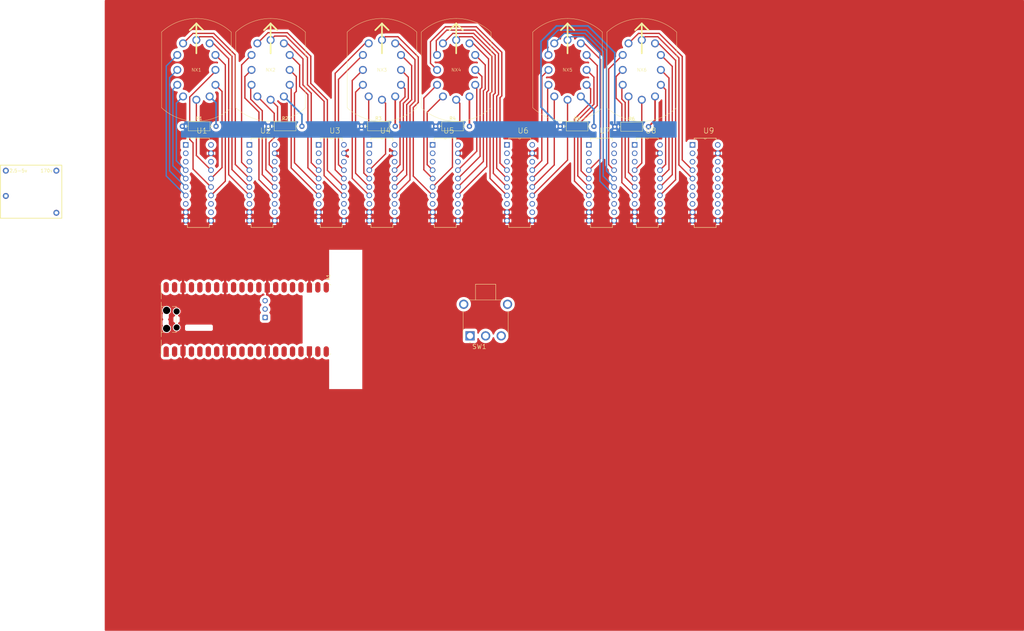
<source format=kicad_pcb>
(kicad_pcb (version 20241229) (generator "pcbnew") (generator_version "9.0")
  (layers (0 "F.Cu" signal) (2 "B.Cu" signal) (13 "F.Paste" user) (15 "B.Paste" user) (5 "F.SilkS" user "F.Silkscreen") (7 "B.SilkS" user "B.Silkscreen") (1 "F.Mask" user) (3 "B.Mask" user) (25 "Edge.Cuts" user))
  (net 0 "")
  (net 5 "GND")
  (net 16 "+5V")
  (net 34 "170v")
  (net 35 "Net-(HV1-DC_IN)")
  (net 36 "Net-(NX1-PadA)")
  (net 37 "Net-(NX2-PadA)")
  (net 38 "Net-(NX3-PadA)")
  (net 39 "Net-(NX4-PadA)")
  (net 40 "Net-(NX5-PadA)")
  (net 41 "/A1")
  (net 42 "Net-(NX6-PadA)")
  (net 43 "/A2")
  (net 45 "/LATCH")
  (net 47 "/DATA")
  (net 48 "Net-(U1-SER_OUT)")
  (net 50 "/CLOCK")
  (net 53 "Net-(U2-SER_OUT)")
  (net 56 "Net-(U3-SER_OUT)")
  (net 58 "Net-(U4-SER_OUT)")
  (net 62 "Net-(U5-SER_OUT)")
  (net 63 "Net-(U6-SER_OUT)")
  (net 66 "Net-(U7-SER_OUT)")
  (net 69 "Net-(U8-SER_OUT)")
  (net 81 "/A8")
  (net 82 "/A4")
  (net 83 "/A0")
  (net 84 "/A5")
  (net 85 "/A9")
  (net 86 "/A7")
  (net 87 "/A6")
  (net 88 "/A.")
  (net 89 "/A3")
  (net 90 "/B6")
  (net 91 "/B1")
  (net 92 "/B.")
  (net 93 "/B9")
  (net 94 "/B0")
  (net 95 "/B8")
  (net 96 "/B7")
  (net 97 "/B5")
  (net 98 "/B4")
  (net 99 "/B3")
  (net 100 "/B2")
  (net 101 "/C7")
  (net 102 "/C2")
  (net 103 "/C6")
  (net 104 "/C1")
  (net 105 "/C8")
  (net 106 "/C9")
  (net 107 "/C5")
  (net 108 "/C0")
  (net 109 "/C.")
  (net 110 "/C3")
  (net 111 "/C4")
  (net 112 "/D5")
  (net 113 "/D1")
  (net 114 "/D0")
  (net 115 "/D2")
  (net 116 "/D.")
  (net 117 "/D7")
  (net 118 "/D3")
  (net 119 "/D9")
  (net 120 "/D6")
  (net 121 "/D4")
  (net 122 "/D8")
  (net 123 "/E9")
  (net 124 "/E5")
  (net 125 "/E3")
  (net 126 "/E.")
  (net 127 "/E0")
  (net 128 "/E4")
  (net 129 "/E6")
  (net 130 "/E7")
  (net 131 "/E1")
  (net 132 "/E2")
  (net 133 "/E8")
  (net 134 "/F1")
  (net 135 "/F5")
  (net 136 "/F6")
  (net 137 "/F.")
  (net 138 "/F9")
  (net 139 "/F4")
  (net 140 "/F2")
  (net 141 "/F8")
  (net 142 "/F0")
  (net 143 "/F3")
  (net 144 "/F7")
  (footprint "TPIC6B595N:DIP254P762X508-20" (layer "F.Cu") (at 82.035 76.455)
    (property "Reference" "U3")
    (property "Value" "TPIC6B595N")
  )
  (footprint "500SSP3S1M6QEA:SW_500SSP3S1M6QEA" (layer "F.Cu") (at 124.7556 106.4168)
    (property "Reference" "SW1")
    (property "Value" "SW_SPDT")
  )
  (footprint "TPIC6B595N:DIP254P762X508-20" (layer "F.Cu") (at 116.395 76.455)
    (property "Reference" "U5")
    (property "Value" "TPIC6B595N")
  )
  (footprint "Resistor_THT:R_Axial_DIN0207_L6.3mm_D2.5mm_P10.16mm_Horizontal" (layer "F.Cu") (at 59.21998 47.99834)
    (property "Reference" "R2")
    (property "Value" "22k")
  )
  (footprint "NCH8200HV:IN-12" (layer "F.Cu") (at 115.88198 30.99834)
    (property "Reference" "NX4")
    (property "Value" "IN-12BORIGINAL")
  )
  (footprint "NCH8200HV:IN-12" (layer "F.Cu") (at 59.93198 30.99834)
    (property "Reference" "NX2")
    (property "Value" "IN-12BORIGINAL")
  )
  (footprint "TPIC6B595N:DIP254P762X508-20" (layer "F.Cu") (at 138.81 76.455)
    (property "Reference" "U6")
    (property "Value" "TPIC6B595N")
  )
  (footprint "TPIC6B595N:DIP254P762X508-20" (layer "F.Cu") (at 41.97 76.465)
    (property "Reference" "U1")
    (property "Value" "TPIC6B595N")
  )
  (footprint "Resistor_THT:R_Axial_DIN0207_L6.3mm_D2.5mm_P10.16mm_Horizontal" (layer "F.Cu") (at 109.715 48)
    (property "Reference" "R4")
    (property "Value" "22k")
  )
  (footprint "NCH8200HV:IN-12" (layer "F.Cu") (at 37.55198 30.99834)
    (property "Reference" "NX1")
    (property "Value" "IN-12BORIGINAL")
  )
  (footprint "Resistor_THT:R_Axial_DIN0207_L6.3mm_D2.5mm_P10.16mm_Horizontal" (layer "F.Cu") (at 163.695 48.125)
    (property "Reference" "R6")
    (property "Value" "22k")
  )
  (footprint "NCH8200HV:IN-12" (layer "F.Cu") (at 171.83198 30.99834)
    (property "Reference" "NX6")
    (property "Value" "IN-12BORIGINAL")
  )
  (footprint "TPIC6B595N:DIP254P762X508-20" (layer "F.Cu") (at 97.31 76.455)
    (property "Reference" "U4")
    (property "Value" "TPIC6B595N")
  )
  (footprint "NCH8200HV:IN-12" (layer "F.Cu") (at 93.50198 30.99834)
    (property "Reference" "NX3")
    (property "Value" "IN-12BORIGINAL")
  )
  (footprint "NCH8200HV:NCH8200HV" (layer "F.Cu") (at -12.275 67.725)
    (property "Reference" "HV1" (hide yes))
    (property "Value" "~")
  )
  (footprint "NCH8200HV:IN-12" (layer "F.Cu") (at 149.45198 30.99834)
    (property "Reference" "NX5")
    (property "Value" "IN-12BORIGINAL")
  )
  (footprint "TPIC6B595N:DIP254P762X508-20" (layer "F.Cu") (at 163.495 76.465)
    (property "Reference" "U7")
    (property "Value" "TPIC6B595N")
  )
  (footprint "Module:RaspberryPi_Pico_W_SMD_HandSolder" (layer "F.Cu") (at 52.575 106.225 90)
    (property "Reference" "A1")
    (property "Value" "RaspberryPi_Pico_W")
  )
  (footprint "Resistor_THT:R_Axial_DIN0207_L6.3mm_D2.5mm_P10.16mm_Horizontal" (layer "F.Cu") (at 87.345 48)
    (property "Reference" "R3")
    (property "Value" "22k")
  )
  (footprint "Resistor_THT:R_Axial_DIN0207_L6.3mm_D2.5mm_P10.16mm_Horizontal" (layer "F.Cu") (at 33.325 48)
    (property "Reference" "R1")
    (property "Value" "22k")
  )
  (footprint "TPIC6B595N:DIP254P762X508-20" (layer "F.Cu") (at 194.745 76.465)
    (property "Reference" "U9")
    (property "Value" "TPIC6B595N")
  )
  (footprint "Resistor_THT:R_Axial_DIN0207_L6.3mm_D2.5mm_P10.16mm_Horizontal" (layer "F.Cu") (at 147.245 48.025)
    (property "Reference" "R5")
    (property "Value" "22k")
  )
  (footprint "TPIC6B595N:DIP254P762X508-20" (layer "F.Cu") (at 61.16 76.455)
    (property "Reference" "U2")
    (property "Value" "TPIC6B595N")
  )
  (footprint "TPIC6B595N:DIP254P762X508-20" (layer "F.Cu") (at 177.31 76.455)
    (property "Reference" "U8")
    (property "Value" "TPIC6B595N")
  )
  (segment (start 146.105956 17.74534) (end 141.45098 22.400316) (width 0.5) (layer "B.Cu") (net 34))
  (segment (start 163.695 25.811081) (end 155.629259 17.74534) (width 0.5) (layer "B.Cu") (net 34))
  (segment (start 155.629259 17.74534) (end 146.105956 17.74534) (width 0.5) (layer "B.Cu") (net 34))
  (segment (start 141.45098 22.400316) (end 141.45098 42.23098) (width 0.5) (layer "B.Cu") (net 34))
  (segment (start 163.695 48.125) (end 163.695 25.811081) (width 0.5) (layer "B.Cu") (net 34))
  (segment (start 141.45098 42.23098) (end 147.245 48.025) (width 0.5) (layer "B.Cu") (net 34))
  (segment (start 43.485 48) (end 43.485 40.93136) (width 0.5) (layer "B.Cu") (net 36))
  (segment (start 43.485 40.93136) (end 41.55198 38.99834) (width 0.5) (layer "B.Cu") (net 36))
  (segment (start 69.37998 44.44634) (end 63.93198 38.99834) (width 0.5) (layer "B.Cu") (net 37))
  (segment (start 69.37998 47.99834) (end 69.37998 44.44634) (width 0.5) (layer "B.Cu") (net 37))
  (segment (start 97.505 39.00136) (end 97.50198 38.99834) (width 0.5) (layer "F.Cu") (net 38))
  (segment (start 97.505 48) (end 97.505 39.00136) (width 0.5) (layer "F.Cu") (net 38))
  (segment (start 119.875 48) (end 119.875 39.00532) (width 0.5) (layer "F.Cu") (net 39))
  (segment (start 119.875 39.00532) (end 119.88198 38.99834) (width 0.5) (layer "F.Cu") (net 39))
  (segment (start 153.45198 38.99834) (end 157.405 42.95136) (width 0.5) (layer "B.Cu") (net 40))
  (segment (start 157.405 42.95136) (end 157.405 48.025) (width 0.5) (layer "B.Cu") (net 40))
  (segment (start 34.35 61.225) (end 31.524 58.399) (width 0.4) (layer "B.Cu") (net 41))
  (segment (start 31.524 58.399) (end 31.524 41.02632) (width 0.4) (layer "B.Cu") (net 41))
  (segment (start 31.524 41.02632) (end 33.55198 38.99834) (width 0.4) (layer "B.Cu") (net 41))
  (segment (start 173.855 48.125) (end 175.83198 46.14802) (width 0.5) (layer "F.Cu") (net 42))
  (segment (start 175.83198 46.14802) (end 175.83198 38.99834) (width 0.5) (layer "F.Cu") (net 42))
  (segment (start 30.475 59.89) (end 30.475 36.82532) (width 0.4) (layer "B.Cu") (net 43))
  (segment (start 34.35 63.765) (end 30.475 59.89) (width 0.4) (layer "B.Cu") (net 43))
  (segment (start 30.475 36.82532) (end 31.80198 35.49834) (width 0.4) (layer "B.Cu") (net 43))
  (segment (start 41.98 58.675) (end 41.97 58.685) (width 0.2) (layer "B.Cu") (net 48))
  (segment (start 46.287 29.48336) (end 43.30198 26.49834) (width 0.4) (layer "F.Cu") (net 81))
  (segment (start 46.287 64.528) (end 46.287 29.48336) (width 0.4) (layer "F.Cu") (net 81))
  (segment (start 41.97 68.845) (end 46.287 64.528) (width 0.4) (layer "F.Cu") (net 81))
  (segment (start 28.473 29.82732) (end 28.473 62.968) (width 0.4) (layer "B.Cu") (net 82))
  (segment (start 28.473 62.968) (end 34.35 68.845) (width 0.4) (layer "B.Cu") (net 82))
  (segment (start 31.80198 26.49834) (end 28.473 29.82732) (width 0.4) (layer "B.Cu") (net 82))
  (segment (start 45.286 37.48236) (end 43.30198 35.49834) (width 0.4) (layer "F.Cu") (net 83))
  (segment (start 41.97 63.765) (end 45.286 60.449) (width 0.4) (layer "F.Cu") (net 83))
  (segment (start 45.286 60.449) (end 45.286 37.48236) (width 0.4) (layer "F.Cu") (net 83))
  (segment (start 49.29 59.505) (end 49.29 26.49089) (width 0.4) (layer "F.Cu") (net 84))
  (segment (start 42.79645 19.99734) (end 36.55298 19.99734) (width 0.4) (layer "F.Cu") (net 84))
  (segment (start 36.55298 19.99734) (end 33.55198 22.99834) (width 0.4) (layer "F.Cu") (net 84))
  (segment (start 49.29 26.49089) (end 42.79645 19.99734) (width 0.4) (layer "F.Cu") (net 84))
  (segment (start 53.54 63.755) (end 49.29 59.505) (width 0.4) (layer "F.Cu") (net 84))
  (segment (start 35.55098 51.97598) (end 36.55098 52.97598) (width 0.4) (layer "F.Cu") (net 85))
  (segment (start 35.55098 39.169498) (end 35.55098 51.97598) (width 0.4) (layer "F.Cu") (net 85))
  (segment (start 43.30198 31.418498) (end 35.55098 39.169498) (width 0.4) (layer "F.Cu") (net 85))
  (segment (start 36.55098 52.97598) (end 36.55098 60.88598) (width 0.4) (layer "F.Cu") (net 85))
  (segment (start 43.30198 30.99834) (end 43.30198 31.418498) (width 0.4) (layer "F.Cu") (net 85))
  (segment (start 36.55098 60.88598) (end 41.97 66.305) (width 0.4) (layer "F.Cu") (net 85))
  (segment (start 43.30198 30.99834) (end 43.30198 31.418498) (width 0.4) (layer "B.Cu") (net 85))
  (segment (start 47.288 27.638) (end 42.64834 22.99834) (width 0.4) (layer "F.Cu") (net 86))
  (segment (start 47.288 62.583) (end 47.288 27.638) (width 0.4) (layer "F.Cu") (net 86))
  (segment (start 42.64834 22.99834) (end 41.55198 22.99834) (width 0.4) (layer "F.Cu") (net 86))
  (segment (start 53.54 68.835) (end 47.288 62.583) (width 0.4) (layer "F.Cu") (net 86))
  (segment (start 48.289 26.905518) (end 42.380822 20.99734) (width 0.4) (layer "F.Cu") (net 87))
  (segment (start 48.289 61.044) (end 48.289 26.905518) (width 0.4) (layer "F.Cu") (net 87))
  (segment (start 38.55298 20.99734) (end 37.55198 21.99834) (width 0.4) (layer "F.Cu") (net 87))
  (segment (start 53.54 66.295) (end 48.289 61.044) (width 0.4) (layer "F.Cu") (net 87))
  (segment (start 42.380822 20.99734) (end 38.55298 20.99734) (width 0.4) (layer "F.Cu") (net 87))
  (segment (start 37.55198 56.80698) (end 37.55198 39.99834) (width 0.4) (layer "F.Cu") (net 88))
  (segment (start 41.97 61.225) (end 37.55198 56.80698) (width 0.4) (layer "F.Cu") (net 88))
  (segment (start 29.474 61.429) (end 29.474 33.32632) (width 0.4) (layer "B.Cu") (net 89))
  (segment (start 34.35 66.305) (end 29.474 61.429) (width 0.4) (layer "B.Cu") (net 89))
  (segment (start 29.474 33.32632) (end 31.80198 30.99834) (width 0.4) (layer "B.Cu") (net 89))
  (segment (start 76.0542 62.8542) (end 76.0542 40.488964) (width 0.4) (layer "F.Cu") (net 90))
  (segment (start 71.045118 27.281636) (end 64.561822 20.79834) (width 0.4) (layer "F.Cu") (net 90))
  (segment (start 64.561822 20.79834) (end 61.13198 20.79834) (width 0.4) (layer "F.Cu") (net 90))
  (segment (start 61.13198 20.79834) (end 59.93198 21.99834) (width 0.4) (layer "F.Cu") (net 90))
  (segment (start 71.045118 35.479882) (end 71.045118 27.281636) (width 0.4) (layer "F.Cu") (net 90))
  (segment (start 82.035 68.835) (end 76.0542 62.8542) (width 0.4) (layer "F.Cu") (net 90))
  (segment (start 76.0542 40.488964) (end 71.045118 35.479882) (width 0.4) (layer "F.Cu") (net 90))
  (segment (start 61.02098 48.744339) (end 58.5198 51.245519) (width 0.4) (layer "F.Cu") (net 91))
  (segment (start 61.02098 44.08734) (end 61.02098 48.744339) (width 0.4) (layer "F.Cu") (net 91))
  (segment (start 58.5198 51.245519) (end 58.5198 61.1148) (width 0.4) (layer "F.Cu") (net 91))
  (segment (start 55.93198 38.99834) (end 61.02098 44.08734) (width 0.4) (layer "F.Cu") (net 91))
  (segment (start 58.5198 61.1148) (end 61.16 63.755) (width 0.4) (layer "F.Cu") (net 91))
  (segment (start 59.5208 52.916021) (end 59.5208 59.5758) (width 0.4) (layer "F.Cu") (net 92))
  (segment (start 59.93198 39.99834) (end 62.02198 42.08834) (width 0.4) (layer "F.Cu") (net 92))
  (segment (start 62.02198 50.414841) (end 59.5208 52.916021) (width 0.4) (layer "F.Cu") (net 92))
  (segment (start 61.16 61.215) (end 59.5208 59.5758) (width 0.4) (layer "F.Cu") (net 92))
  (segment (start 62.02198 42.08834) (end 62.02198 50.414841) (width 0.4) (layer "F.Cu") (net 92))
  (segment (start 67.13398 38) (end 67.68298 37.451) (width 0.4) (layer "F.Cu") (net 93))
  (segment (start 67.68298 37.451) (end 67.68298 32.99934) (width 0.4) (layer "F.Cu") (net 93))
  (segment (start 74.415 66.295) (end 67.13398 59.01398) (width 0.4) (layer "F.Cu") (net 93))
  (segment (start 67.13398 59.01398) (end 67.13398 38) (width 0.4) (layer "F.Cu") (net 93))
  (segment (start 67.68298 32.99934) (end 65.68198 30.99834) (width 0.4) (layer "F.Cu") (net 93))
  (segment (start 66.13298 60.55298) (end 74.415 68.835) (width 0.4) (layer "F.Cu") (net 94))
  (segment (start 66.13298 35.94934) (end 66.13298 60.55298) (width 0.4) (layer "F.Cu") (net 94))
  (segment (start 65.68198 35.49834) (end 66.13298 35.94934) (width 0.4) (layer "F.Cu") (net 94))
  (segment (start 71.18098 60.52098) (end 71.18098 38.447) (width 0.4) (layer "F.Cu") (net 95))
  (segment (start 71.18098 38.447) (end 68.68398 35.95) (width 0.4) (layer "F.Cu") (net 95))
  (segment (start 68.68398 35.95) (end 68.68398 29.50034) (width 0.4) (layer "F.Cu") (net 95))
  (segment (start 74.415 63.755) (end 71.18098 60.52098) (width 0.4) (layer "F.Cu") (net 95))
  (segment (start 68.68398 29.50034) (end 65.68198 26.49834) (width 0.4) (layer "F.Cu") (net 95))
  (segment (start 69.68498 27.671498) (end 65.011822 22.99834) (width 0.4) (layer "F.Cu") (net 96))
  (segment (start 69.68498 35.535372) (end 69.68498 27.671498) (width 0.4) (layer "F.Cu") (net 96))
  (segment (start 72.18198 38.032372) (end 69.68498 35.535372) (width 0.4) (layer "F.Cu") (net 96))
  (segment (start 72.18198 58.98198) (end 72.18198 38.032372) (width 0.4) (layer "F.Cu") (net 96))
  (segment (start 65.011822 22.99834) (end 63.93198 22.99834) (width 0.4) (layer "F.Cu") (net 96))
  (segment (start 74.415 61.215) (end 72.18198 58.98198) (width 0.4) (layer "F.Cu") (net 96))
  (segment (start 72.046118 35.065254) (end 72.046118 26.867008) (width 0.4) (layer "F.Cu") (net 97))
  (segment (start 82.035 66.295) (end 77.0552 61.3152) (width 0.4) (layer "F.Cu") (net 97))
  (segment (start 77.0552 61.3152) (end 77.0552 40.074336) (width 0.4) (layer "F.Cu") (net 97))
  (segment (start 64.97645 19.79734) (end 59.13298 19.79734) (width 0.4) (layer "F.Cu") (net 97))
  (segment (start 72.046118 26.867008) (end 64.97645 19.79734) (width 0.4) (layer "F.Cu") (net 97))
  (segment (start 77.0552 40.074336) (end 72.046118 35.065254) (width 0.4) (layer "F.Cu") (net 97))
  (segment (start 59.13298 19.79734) (end 55.93198 22.99834) (width 0.4) (layer "F.Cu") (net 97))
  (segment (start 53.54 61.215) (end 51.17998 58.85498) (width 0.4) (layer "F.Cu") (net 98))
  (segment (start 51.17998 29.50034) (end 54.18198 26.49834) (width 0.4) (layer "F.Cu") (net 98))
  (segment (start 51.17998 58.85498) (end 51.17998 29.50034) (width 0.4) (layer "F.Cu") (net 98))
  (segment (start 61.16 68.835) (end 56.41798 64.09298) (width 0.4) (layer "F.Cu") (net 99))
  (segment (start 56.41798 43.72981) (end 52.18098 39.49281) (width 0.4) (layer "F.Cu") (net 99))
  (segment (start 56.41798 64.09298) (end 56.41798 43.72981) (width 0.4) (layer "F.Cu") (net 99))
  (segment (start 52.18098 32.99934) (end 54.18198 30.99834) (width 0.4) (layer "F.Cu") (net 99))
  (segment (start 52.18098 39.49281) (end 52.18098 32.99934) (width 0.4) (layer "F.Cu") (net 99))
  (segment (start 57.41898 62.55398) (end 61.16 66.295) (width 0.4) (layer "F.Cu") (net 100))
  (segment (start 53.93098 39.827182) (end 57.41898 43.315182) (width 0.4) (layer "F.Cu") (net 100))
  (segment (start 54.18198 35.49834) (end 53.93098 35.74934) (width 0.4) (layer "F.Cu") (net 100))
  (segment (start 53.93098 35.74934) (end 53.93098 39.827182) (width 0.4) (layer "F.Cu") (net 100))
  (segment (start 57.41898 43.315182) (end 57.41898 62.55398) (width 0.4) (layer "F.Cu") (net 100))
  (segment (start 103.45498 27.871498) (end 98.581822 22.99834) (width 0.4) (layer "F.Cu") (net 101))
  (segment (start 103.45498 40.404909) (end 103.45498 27.871498) (width 0.4) (layer "F.Cu") (net 101))
  (segment (start 101.953 64.192) (end 101.953 41.906889) (width 0.4) (layer "F.Cu") (net 101))
  (segment (start 98.581822 22.99834) (end 97.50198 22.99834) (width 0.4) (layer "F.Cu") (net 101))
  (segment (start 97.31 68.835) (end 101.953 64.192) (width 0.4) (layer "F.Cu") (net 101))
  (segment (start 101.953 41.906889) (end 103.45498 40.404909) (width 0.4) (layer "F.Cu") (net 101))
  (segment (start 85.544 62.149) (end 85.544 37.70632) (width 0.4) (layer "F.Cu") (net 102))
  (segment (start 85.544 37.70632) (end 87.75198 35.49834) (width 0.4) (layer "F.Cu") (net 102))
  (segment (start 89.69 66.295) (end 85.544 62.149) (width 0.4) (layer "F.Cu") (net 102))
  (segment (start 104.45598 40.819537) (end 104.45598 27.122498) (width 0.4) (layer "F.Cu") (net 103))
  (segment (start 98.330822 20.99734) (end 94.50298 20.99734) (width 0.4) (layer "F.Cu") (net 103))
  (segment (start 94.50298 20.99734) (end 93.50198 21.99834) (width 0.4) (layer "F.Cu") (net 103))
  (segment (start 108.775 68.835) (end 102.954 63.014) (width 0.4) (layer "F.Cu") (net 103))
  (segment (start 102.954 42.321517) (end 104.45598 40.819537) (width 0.4) (layer "F.Cu") (net 103))
  (segment (start 104.45598 27.122498) (end 98.330822 20.99734) (width 0.4) (layer "F.Cu") (net 103))
  (segment (start 102.954 63.014) (end 102.954 42.321517) (width 0.4) (layer "F.Cu") (net 103))
  (segment (start 88.0508 49.841199) (end 89.50198 48.390019) (width 0.4) (layer "F.Cu") (net 104))
  (segment (start 89.69 63.755) (end 88.0508 62.1158) (width 0.4) (layer "F.Cu") (net 104))
  (segment (start 89.50198 48.390019) (end 89.50198 38.99834) (width 0.4) (layer "F.Cu") (net 104))
  (segment (start 88.0508 62.1158) (end 88.0508 49.841199) (width 0.4) (layer "F.Cu") (net 104))
  (segment (start 97.31 66.295) (end 100.952 62.653) (width 0.4) (layer "F.Cu") (net 105))
  (segment (start 100.952 41.492261) (end 102.45398 39.990281) (width 0.4) (layer "F.Cu") (net 105))
  (segment (start 100.952 62.653) (end 100.952 41.492261) (width 0.4) (layer "F.Cu") (net 105))
  (segment (start 102.45398 29.70034) (end 99.25198 26.49834) (width 0.4) (layer "F.Cu") (net 105))
  (segment (start 102.45398 39.990281) (end 102.45398 29.70034) (width 0.4) (layer "F.Cu") (net 105))
  (segment (start 101.45298 33.19934) (end 99.25198 30.99834) (width 0.4) (layer "F.Cu") (net 106))
  (segment (start 101.45298 39.575653) (end 101.45298 33.19934) (width 0.4) (layer "F.Cu") (net 106))
  (segment (start 99.951 41.077633) (end 101.45298 39.575653) (width 0.4) (layer "F.Cu") (net 106))
  (segment (start 99.951 61.114) (end 99.951 41.077633) (width 0.4) (layer "F.Cu") (net 106))
  (segment (start 97.31 63.755) (end 99.951 61.114) (width 0.4) (layer "F.Cu") (net 106))
  (segment (start 79.3948 32.025678) (end 88.422138 22.99834) (width 0.4) (layer "F.Cu") (net 107))
  (segment (start 79.3948 61.1148) (end 79.3948 32.025678) (width 0.4) (layer "F.Cu") (net 107))
  (segment (start 88.422138 22.99834) (end 89.50198 22.99834) (width 0.4) (layer "F.Cu") (net 107))
  (segment (start 82.035 63.755) (end 79.3948 61.1148) (width 0.4) (layer "F.Cu") (net 107))
  (segment (start 100.45198 39.161025) (end 98.944002 40.669003) (width 0.4) (layer "F.Cu") (net 108))
  (segment (start 98.95 40.663005) (end 98.95 59.575) (width 0.4) (layer "F.Cu") (net 108))
  (segment (start 98.95 59.575) (end 97.31 61.215) (width 0.4) (layer "F.Cu") (net 108))
  (segment (start 99.25198 35.49834) (end 100.45198 36.69834) (width 0.4) (layer "F.Cu") (net 108))
  (segment (start 100.45198 36.69834) (end 100.45198 39.161025) (width 0.4) (layer "F.Cu") (net 108))
  (segment (start 89.69 61.215) (end 94.59098 56.31402) (width 0.4) (layer "F.Cu") (net 109))
  (segment (start 94.59098 41.08734) (end 93.50198 39.99834) (width 0.4) (layer "F.Cu") (net 109))
  (segment (start 94.59098 56.31402) (end 94.59098 41.08734) (width 0.4) (layer "F.Cu") (net 109))
  (segment (start 84.543 34.20732) (end 87.75198 30.99834) (width 0.4) (layer "F.Cu") (net 110))
  (segment (start 89.69 68.835) (end 84.543 63.688) (width 0.4) (layer "F.Cu") (net 110))
  (segment (start 84.543 63.688) (end 84.543 34.20732) (width 0.4) (layer "F.Cu") (net 110))
  (segment (start 80.3958 33.85452) (end 80.3958 59.5758) (width 0.4) (layer "F.Cu") (net 111))
  (segment (start 87.75198 26.49834) (end 80.3958 33.85452) (width 0.4) (layer "F.Cu") (net 111))
  (segment (start 80.3958 59.5758) (end 82.035 61.215) (width 0.4) (layer "F.Cu") (net 111))
  (segment (start 121.12645 19.99734) (end 114.88298 19.99734) (width 0.4) (layer "F.Cu") (net 112))
  (segment (start 127.08798 38.534694) (end 127.63698 37.985694) (width 0.4) (layer "F.Cu") (net 112))
  (segment (start 127.08798 62.19298) (end 127.08798 38.534694) (width 0.4) (layer "F.Cu") (net 112))
  (segment (start 127.63698 37.985694) (end 127.63698 26.50787) (width 0.4) (layer "F.Cu") (net 112))
  (segment (start 127.63698 26.50787) (end 121.12645 19.99734) (width 0.4) (layer "F.Cu") (net 112))
  (segment (start 114.88298 19.99734) (end 111.88198 22.99834) (width 0.4) (layer "F.Cu") (net 112))
  (segment (start 131.19 66.295) (end 127.08798 62.19298) (width 0.4) (layer "F.Cu") (net 112))
  (segment (start 107.1358 43.74452) (end 111.88198 38.99834) (width 0.4) (layer "F.Cu") (net 113))
  (segment (start 107.1358 59.5758) (end 107.1358 43.74452) (width 0.4) (layer "F.Cu") (net 113))
  (segment (start 108.775 61.215) (end 107.1358 59.5758) (width 0.4) (layer "F.Cu") (net 113))
  (segment (start 116.395 61.215) (end 122.08298 55.52702) (width 0.4) (layer "F.Cu") (net 114))
  (segment (start 122.08298 35.94934) (end 121.63198 35.49834) (width 0.4) (layer "F.Cu") (net 114))
  (segment (start 122.08298 55.52702) (end 122.08298 35.94934) (width 0.4) (layer "F.Cu") (net 114))
  (segment (start 106.1348 39.49552) (end 110.13198 35.49834) (width 0.4) (layer "F.Cu") (net 115))
  (segment (start 108.775 63.755) (end 106.1348 61.1148) (width 0.4) (layer "F.Cu") (net 115))
  (segment (start 106.1348 61.1148) (end 106.1348 39.49552) (width 0.4) (layer "F.Cu") (net 115))
  (segment (start 114.7558 60.3142) (end 114.7558 50.959519) (width 0.4) (layer "F.Cu") (net 116))
  (segment (start 114.7558 50.959519) (end 116.97098 48.744339) (width 0.4) (layer "F.Cu") (net 116))
  (segment (start 116.97098 48.744339) (end 116.97098 41.08734) (width 0.4) (layer "F.Cu") (net 116))
  (segment (start 116.97098 41.08734) (end 115.88198 39.99834) (width 0.4) (layer "F.Cu") (net 116))
  (segment (start 108.775 66.295) (end 114.7558 60.3142) (width 0.4) (layer "F.Cu") (net 116))
  (segment (start 116.395 68.835) (end 125.08598 60.14402) (width 0.4) (layer "F.Cu") (net 117))
  (segment (start 120.961822 22.99834) (end 119.88198 22.99834) (width 0.4) (layer "F.Cu") (net 117))
  (segment (start 125.63498 37.156438) (end 125.63498 27.671498) (width 0.4) (layer "F.Cu") (net 117))
  (segment (start 125.63498 27.671498) (end 120.961822 22.99834) (width 0.4) (layer "F.Cu") (net 117))
  (segment (start 125.08598 60.14402) (end 125.08598 37.705438) (width 0.4) (layer "F.Cu") (net 117))
  (segment (start 125.08598 37.705438) (end 125.63498 37.156438) (width 0.4) (layer "F.Cu") (net 117))
  (segment (start 121.955706 17.99534) (end 112.63951 17.99534) (width 0.4) (layer "F.Cu") (net 118))
  (segment (start 108.13098 28.99734) (end 110.13198 30.99834) (width 0.4) (layer "F.Cu") (net 118))
  (segment (start 129.08998 39.36395) (end 129.63898 38.81495) (width 0.4) (layer "F.Cu") (net 118))
  (segment (start 129.08998 59.11498) (end 129.08998 39.36395) (width 0.4) (layer "F.Cu") (net 118))
  (segment (start 129.63898 38.81495) (end 129.63898 25.678614) (width 0.4) (layer "F.Cu") (net 118))
  (segment (start 112.63951 17.99534) (end 108.13098 22.50387) (width 0.4) (layer "F.Cu") (net 118))
  (segment (start 108.13098 22.50387) (end 108.13098 28.99734) (width 0.4) (layer "F.Cu") (net 118))
  (segment (start 131.19 61.215) (end 129.08998 59.11498) (width 0.4) (layer "F.Cu") (net 118))
  (segment (start 129.63898 25.678614) (end 121.955706 17.99534) (width 0.4) (layer "F.Cu") (net 118))
  (segment (start 123.63298 32.99934) (end 121.63198 30.99834) (width 0.4) (layer "F.Cu") (net 119))
  (segment (start 116.395 63.755) (end 123.08398 57.06602) (width 0.4) (layer "F.Cu") (net 119))
  (segment (start 123.63298 36.327182) (end 123.63298 32.99934) (width 0.4) (layer "F.Cu") (net 119))
  (segment (start 123.08398 57.06602) (end 123.08398 36.876182) (width 0.4) (layer "F.Cu") (net 119))
  (segment (start 123.08398 36.876182) (end 123.63298 36.327182) (width 0.4) (layer "F.Cu") (net 119))
  (segment (start 116.88298 20.99734) (end 115.88198 21.99834) (width 0.4) (layer "F.Cu") (net 120))
  (segment (start 126.63598 26.922498) (end 120.710822 20.99734) (width 0.4) (layer "F.Cu") (net 120))
  (segment (start 120.710822 20.99734) (end 116.88298 20.99734) (width 0.4) (layer "F.Cu") (net 120))
  (segment (start 126.08698 63.73198) (end 126.08698 38.120066) (width 0.4) (layer "F.Cu") (net 120))
  (segment (start 131.19 68.835) (end 126.08698 63.73198) (width 0.4) (layer "F.Cu") (net 120))
  (segment (start 126.08698 38.120066) (end 126.63598 37.571066) (width 0.4) (layer "F.Cu") (net 120))
  (segment (start 126.63598 37.571066) (end 126.63598 26.922498) (width 0.4) (layer "F.Cu") (net 120))
  (segment (start 131.19 63.755) (end 128.08898 60.65398) (width 0.4) (layer "F.Cu") (net 121))
  (segment (start 109.88098 22.169498) (end 109.88098 26.24734) (width 0.4) (layer "F.Cu") (net 121))
  (segment (start 128.08898 60.65398) (end 128.08898 38.949322) (width 0.4) (layer "F.Cu") (net 121))
  (segment (start 109.88098 26.24734) (end 110.13198 26.49834) (width 0.4) (layer "F.Cu") (net 121))
  (segment (start 128.63798 26.093242) (end 121.541078 18.99634) (width 0.4) (layer "F.Cu") (net 121))
  (segment (start 121.541078 18.99634) (end 113.054138 18.99634) (width 0.4) (layer "F.Cu") (net 121))
  (segment (start 128.63798 38.400322) (end 128.63798 26.093242) (width 0.4) (layer "F.Cu") (net 121))
  (segment (start 113.054138 18.99634) (end 109.88098 22.169498) (width 0.4) (layer "F.Cu") (net 121))
  (segment (start 128.08898 38.949322) (end 128.63798 38.400322) (width 0.4) (layer "F.Cu") (net 121))
  (segment (start 124.08498 58.60502) (end 124.08498 37.29081) (width 0.4) (layer "F.Cu") (net 122))
  (segment (start 124.63398 29.50034) (end 121.63198 26.49834) (width 0.4) (layer "F.Cu") (net 122))
  (segment (start 116.395 66.295) (end 124.08498 58.60502) (width 0.4) (layer "F.Cu") (net 122))
  (segment (start 124.08498 37.29081) (end 124.63398 36.74181) (width 0.4) (layer "F.Cu") (net 122))
  (segment (start 124.63398 36.74181) (end 124.63398 29.50034) (width 0.4) (layer "F.Cu") (net 122))
  (segment (start 152.54298 46.214628) (end 157.40298 41.354628) (width 0.4) (layer "F.Cu") (net 123))
  (segment (start 155.875 66.305) (end 152.54298 62.97298) (width 0.4) (layer "F.Cu") (net 123))
  (segment (start 152.54298 62.97298) (end 152.54298 46.214628) (width 0.4) (layer "F.Cu") (net 123))
  (segment (start 157.40298 33.19934) (end 155.20198 30.99834) (width 0.4) (layer "F.Cu") (net 123))
  (segment (start 157.40298 41.354628) (end 157.40298 33.19934) (width 0.4) (layer "F.Cu") (net 123))
  (segment (start 163.495 66.305) (end 160.207 63.017) (width 0.4) (layer "B.Cu") (net 124))
  (segment (start 148.45298 19.99734) (end 145.45198 22.99834) (width 0.4) (layer "B.Cu") (net 124))
  (segment (start 160.207 63.017) (end 160.207 25.50789) (width 0.4) (layer "B.Cu") (net 124))
  (segment (start 160.207 25.50789) (end 154.69645 19.99734) (width 0.4) (layer "B.Cu") (net 124))
  (segment (start 154.69645 19.99734) (end 148.45298 19.99734) (width 0.4) (layer "B.Cu") (net 124))
  (segment (start 141.70098 58.32402) (end 141.70098 32.99934) (width 0.4) (layer "F.Cu") (net 125))
  (segment (start 138.81 61.215) (end 141.70098 58.32402) (width 0.4) (layer "F.Cu") (net 125))
  (segment (start 141.70098 32.99934) (end 143.70198 30.99834) (width 0.4) (layer "F.Cu") (net 125))
  (segment (start 149.45198 39.99834) (end 149.45198 58.19302) (width 0.4) (layer "F.Cu") (net 126))
  (segment (start 149.45198 58.19302) (end 138.81 68.835) (width 0.4) (layer "F.Cu") (net 126))
  (segment (start 156.40198 40.94) (end 156.40198 36.69834) (width 0.4) (layer "F.Cu") (net 127))
  (segment (start 151.54198 45.8) (end 156.40198 40.94) (width 0.4) (layer "F.Cu") (net 127))
  (segment (start 151.54198 64.51198) (end 151.54198 45.8) (width 0.4) (layer "F.Cu") (net 127))
  (segment (start 156.40198 36.69834) (end 155.20198 35.49834) (width 0.4) (layer "F.Cu") (net 127))
  (segment (start 155.875 68.845) (end 151.54198 64.51198) (width 0.4) (layer "F.Cu") (net 127))
  (segment (start 143.45098 22.169498) (end 143.45098 26.24734) (width 0.4) (layer "B.Cu") (net 128))
  (segment (start 161.208 25.093262) (end 155.111078 18.99634) (width 0.4) (layer "B.Cu") (net 128))
  (segment (start 146.624138 18.99634) (end 143.45098 22.169498) (width 0.4) (layer "B.Cu") (net 128))
  (segment (start 163.495 63.765) (end 161.208 61.478) (width 0.4) (layer "B.Cu") (net 128))
  (segment (start 161.208 61.478) (end 161.208 25.093262) (width 0.4) (layer "B.Cu") (net 128))
  (segment (start 155.111078 18.99634) (end 146.624138 18.99634) (width 0.4) (layer "B.Cu") (net 128))
  (segment (start 143.45098 26.24734) (end 143.70198 26.49834) (width 0.4) (layer "B.Cu") (net 128))
  (segment (start 163.495 68.845) (end 159.206 64.556) (width 0.4) (layer "B.Cu") (net 129))
  (segment (start 150.45298 20.99734) (end 149.45198 21.99834) (width 0.4) (layer "B.Cu") (net 129))
  (segment (start 159.206 64.556) (end 159.206 25.922518) (width 0.4) (layer "B.Cu") (net 129))
  (segment (start 154.280822 20.99734) (end 150.45298 20.99734) (width 0.4) (layer "B.Cu") (net 129))
  (segment (start 159.206 25.922518) (end 154.280822 20.99734) (width 0.4) (layer "B.Cu") (net 129))
  (segment (start 155.875 61.225) (end 159.40498 57.69502) (width 0.4) (layer "F.Cu") (net 130))
  (segment (start 154.531822 22.99834) (end 153.45198 22.99834) (width 0.4) (layer "F.Cu") (net 130))
  (segment (start 159.40498 27.871498) (end 154.531822 22.99834) (width 0.4) (layer "F.Cu") (net 130))
  (segment (start 159.40498 57.69502) (end 159.40498 27.871498) (width 0.4) (layer "F.Cu") (net 130))
  (segment (start 138.81 66.295) (end 145.45198 59.65302) (width 0.4) (layer "F.Cu") (net 131))
  (segment (start 145.45198 59.65302) (end 145.45198 38.99834) (width 0.4) (layer "F.Cu") (net 131))
  (segment (start 138.81 63.755) (end 143.45098 59.11402) (width 0.4) (layer "F.Cu") (net 132))
  (segment (start 143.45098 59.11402) (end 143.45098 35.74934) (width 0.4) (layer "F.Cu") (net 132))
  (segment (start 143.45098 35.74934) (end 143.70198 35.49834) (width 0.4) (layer "F.Cu") (net 132))
  (segment (start 158.40398 29.70034) (end 155.20198 26.49834) (width 0.4) (layer "F.Cu") (net 133))
  (segment (start 158.40398 41.769256) (end 158.40398 29.70034) (width 0.4) (layer "F.Cu") (net 133))
  (segment (start 153.54398 61.43398) (end 153.54398 46.629256) (width 0.4) (layer "F.Cu") (net 133))
  (segment (start 153.54398 46.629256) (end 158.40398 41.769256) (width 0.4) (layer "F.Cu") (net 133))
  (segment (start 155.875 63.765) (end 153.54398 61.43398) (width 0.4) (layer "F.Cu") (net 133))
  (segment (start 167.83198 61.89698) (end 167.83198 38.99834) (width 0.4) (layer "F.Cu") (net 134))
  (segment (start 169.69 63.755) (end 167.83198 61.89698) (width 0.4) (layer "F.Cu") (net 134))
  (segment (start 177.07645 19.99734) (end 170.83298 19.99734) (width 0.4) (layer "F.Cu") (net 135))
  (segment (start 170.83298 19.99734) (end 167.83198 22.99834) (width 0.4) (layer "F.Cu") (net 135))
  (segment (start 184.03 58.13) (end 184.03 26.95089) (width 0.4) (layer "F.Cu") (net 135))
  (segment (start 184.03 26.95089) (end 177.07645 19.99734) (width 0.4) (layer "F.Cu") (net 135))
  (segment (start 187.125 61.225) (end 184.03 58.13) (width 0.4) (layer "F.Cu") (net 135))
  (segment (start 176.660822 20.99734) (end 172.83298 20.99734) (width 0.4) (layer "F.Cu") (net 136))
  (segment (start 183.029 27.365518) (end 176.660822 20.99734) (width 0.4) (layer "F.Cu") (net 136))
  (segment (start 187.125 63.765) (end 183.029 59.669) (width 0.4) (layer "F.Cu") (net 136))
  (segment (start 172.83298 20.99734) (end 171.83198 21.99834) (width 0.4) (layer "F.Cu") (net 136))
  (segment (start 183.029 59.669) (end 183.029 27.365518) (width 0.4) (layer "F.Cu") (net 136))
  (segment (start 169.69 61.215) (end 171.83198 59.07302) (width 0.4) (layer "F.Cu") (net 137))
  (segment (start 171.83198 59.07302) (end 171.83198 39.99834) (width 0.4) (layer "F.Cu") (net 137))
  (segment (start 177.31 63.755) (end 180.026 61.039) (width 0.4) (layer "F.Cu") (net 138))
  (segment (start 180.026 61.039) (end 180.026 33.44236) (width 0.4) (layer "F.Cu") (net 138))
  (segment (start 180.026 33.44236) (end 177.58198 30.99834) (width 0.4) (layer "F.Cu") (net 138))
  (segment (start 161.8558 30.72452) (end 166.08198 26.49834) (width 0.4) (layer "F.Cu") (net 139))
  (segment (start 161.8558 59.5858) (end 161.8558 30.72452) (width 0.4) (layer "F.Cu") (net 139))
  (segment (start 163.495 61.225) (end 161.8558 59.5858) (width 0.4) (layer "F.Cu") (net 139))
  (segment (start 166.83098 40.827182) (end 165.83098 39.827182) (width 0.4) (layer "F.Cu") (net 140))
  (segment (start 165.83098 35.74934) (end 166.08198 35.49834) (width 0.4) (layer "F.Cu") (net 140))
  (segment (start 165.83098 39.827182) (end 165.83098 35.74934) (width 0.4) (layer "F.Cu") (net 140))
  (segment (start 166.83098 40.827182) (end 166.83098 63.43598) (width 0.4) (layer "F.Cu") (net 140))
  (segment (start 166.83098 63.43598) (end 169.69 66.295) (width 0.4) (layer "F.Cu") (net 140))
  (segment (start 177.31 66.295) (end 181.027 62.578) (width 0.4) (layer "F.Cu") (net 141))
  (segment (start 181.027 29.94336) (end 177.58198 26.49834) (width 0.4) (layer "F.Cu") (net 141))
  (segment (start 181.027 62.578) (end 181.027 29.94336) (width 0.4) (layer "F.Cu") (net 141))
  (segment (start 177.31 61.215) (end 179.025 59.5) (width 0.4) (layer "F.Cu") (net 142))
  (segment (start 179.025 59.5) (end 179.025 36.94136) (width 0.4) (layer "F.Cu") (net 142))
  (segment (start 179.025 36.94136) (end 177.58198 35.49834) (width 0.4) (layer "F.Cu") (net 142))
  (segment (start 164.08098 39.49281) (end 164.08098 32.99934) (width 0.4) (layer "F.Cu") (net 143))
  (segment (start 164.08098 32.99934) (end 166.08198 30.99834) (width 0.4) (layer "F.Cu") (net 143))
  (segment (start 165.82998 64.97498) (end 165.82998 41.24181) (width 0.4) (layer "F.Cu") (net 143))
  (segment (start 169.69 68.835) (end 165.82998 64.97498) (width 0.4) (layer "F.Cu") (net 143))
  (segment (start 165.82998 41.24181) (end 164.08098 39.49281) (width 0.4) (layer "F.Cu") (net 143))
  (segment (start 176.911822 22.99834) (end 175.83198 22.99834) (width 0.4) (layer "F.Cu") (net 144))
  (segment (start 177.31 68.835) (end 182.028 64.117) (width 0.4) (layer "F.Cu") (net 144))
  (segment (start 182.028 28.114518) (end 176.911822 22.99834) (width 0.4) (layer "F.Cu") (net 144))
  (segment (start 182.028 64.117) (end 182.028 28.114518) (width 0.4) (layer "F.Cu") (net 144))
  (zone (net 5) (net_name "GND") (layer "F.Cu") (priority 1) (connect_pads (clearance 0.8)) (min_thickness 0.5) (fill yes (thermal_gap 0.5) (thermal_bridge_width 0.75))
    (polygon (pts (xy 9.925 9.925) (xy 287.075 9.925) (xy 287.075 200.1) (xy 9.925 200.1)))
  )
  (zone (net 34) (net_name "170v") (layers "F.Cu" "B.Cu") (connect_pads (clearance 0.8)) (min_thickness 0.5) (fill yes (thermal_gap 0.5) (thermal_bridge_width 0.75))
    (polygon (pts (xy 32.9 46.475) (xy 182.325 46.475) (xy 182.325 51.425) (xy 32.9 51.425)))
  )
)
</source>
